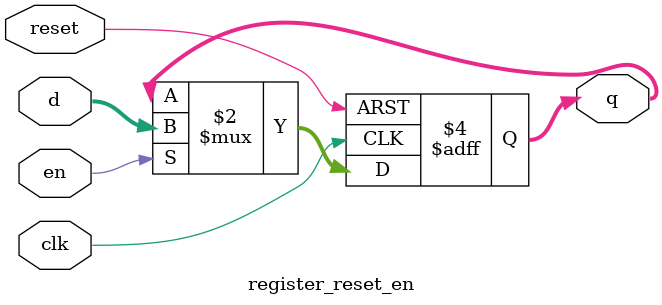
<source format=v>
`timescale 1ns / 1ps
  module register_reset_en
  (
    input wire clk, reset, en,
    input wire [7:0] d ,
    output reg [7:0] q
  );
  // body
   always @(posedge clk , posedge reset)
    if( reset )
     q <= 0 ;
    else if (en)
    q <= d ;
  endmodule


</source>
